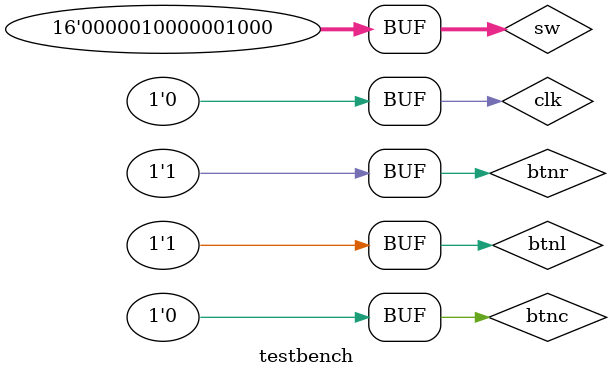
<source format=sv>
`timescale 1ns / 1ps

module testbench(

    );
   logic clk,btnc,btnl,btnr;
   logic [15:0]sw;
   logic [7:0] an;
   logic [6:0] a2g;
   
   mips_top MP(clk,btnc,btnl,btnr,sw,an,a2g);
   
   initial
   begin
    #0;btnc<=1;
    #2;btnc<=0;
    #2;btnl<=1;btnr<=1;
    #2;sw<=16'b0000010000001000;
   end
    
    always
    begin
        clk<=1;#5;
        clk<=0;#5;
    end
endmodule

</source>
